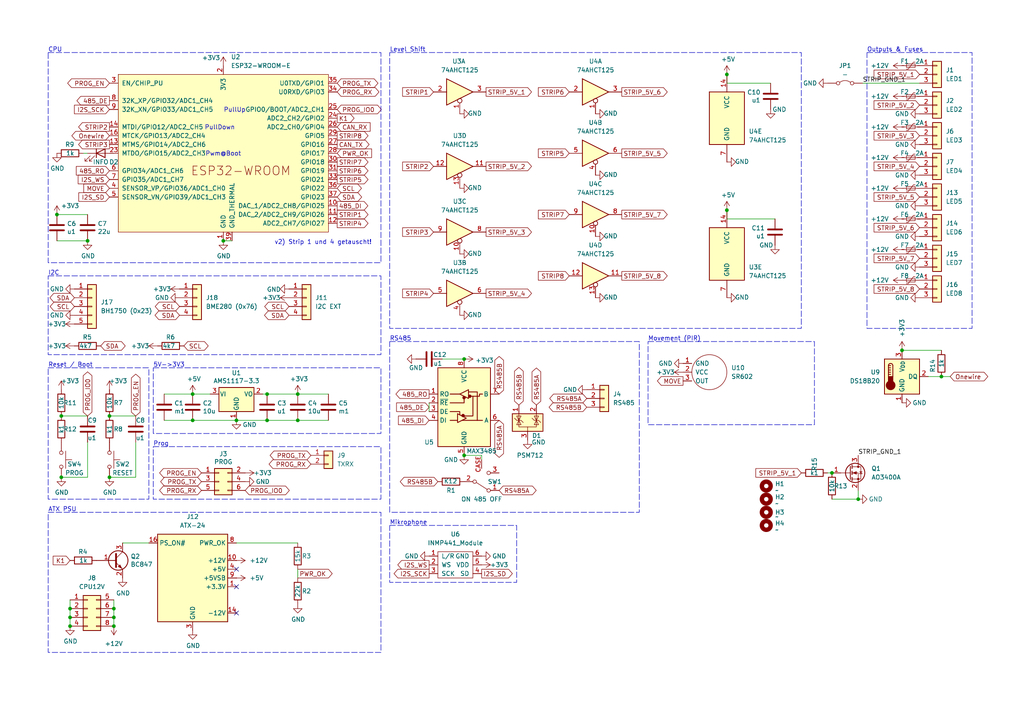
<source format=kicad_sch>
(kicad_sch (version 20250114) (generator "eeschema") (generator_version "9.0")
  (paper "A4")
  (rectangle (start 13.97 148.59) (end 110.49 189.23) (stroke (width 0) (type dash)))
  (rectangle (start 251.46 15.24) (end 281.94 95.25) (stroke (width 0) (type dash)))
  (rectangle (start 187.96 99.06) (end 236.22 123.19) (stroke (width 0) (type dash)))
  (rectangle (start 13.97 106.68) (end 43.18 144.78) (stroke (width 0) (type dash)))
  (rectangle (start 113.03 152.4) (end 149.86 168.91) (stroke (width 0) (type dash)))
  (rectangle (start 44.45 129.54) (end 110.49 144.78) (stroke (width 0) (type dash)))
  (rectangle (start 13.97 80.01) (end 110.49 102.87) (stroke (width 0) (type dash)))
  (rectangle (start 44.45 106.68) (end 110.49 125.73) (stroke (width 0) (type dash)))
  (rectangle (start 300.99 1.27) (end 378.46 34.29) (stroke (width 0) (type dash)))
  (rectangle (start 113.03 15.24) (end 232.41 95.25) (stroke (width 0) (type dash)))
  (rectangle (start 13.97 15.24) (end 110.49 76.2) (stroke (width 0) (type dash)))
  (rectangle (start 113.03 99.06) (end 185.42 148.59) (stroke (width 0) (type dash)))
  (text "v2) Strip 1 und 4 getauscht!" (at 93.726 70.358 0) (effects (font (size 1.27 1.27))))
  (text "Movement (PIR)" (at 187.96 99.06 0) (effects (font (size 1.27 1.27)) (justify left bottom)))
  (text "CPU" (at 13.97 15.24 0) (effects (font (size 1.27 1.27)) (justify left bottom)))
  (text "Outputs & Fuses" (at 251.46 15.24 0) (effects (font (size 1.27 1.27)) (justify left bottom)))
  (text "CAN" (at 300.99 1.27 0) (effects (font (size 1.27 1.27)) (justify left bottom)))
  (text "Mikrophone" (at 113.03 152.4 0) (effects (font (size 1.27 1.27)) (justify left bottom)))
  (text "Level Shift" (at 113.03 15.24 0) (effects (font (size 1.27 1.27)) (justify left bottom)))
  (text "Prog" (at 44.45 129.54 0) (effects (font (size 1.27 1.27)) (justify left bottom)))
  (text "PullDown" (at 63.754 37.084 0) (effects (font (size 1.27 1.27))))
  (text "Pwm@Boot" (at 64.77 44.704 0) (effects (font (size 1.27 1.27))))
  (text "Reset / Boot" (at 13.97 106.68 0) (effects (font (size 1.27 1.27)) (justify left bottom)))
  (text "PullUp" (at 68.072 32.004 0) (effects (font (size 1.27 1.27))))
  (text "ATX PSU" (at 13.97 148.59 0) (effects (font (size 1.27 1.27)) (justify left bottom)))
  (text "5V->3V3" (at 44.45 106.68 0) (effects (font (size 1.27 1.27)) (justify left bottom)))
  (text "I2C" (at 13.97 80.01 0) (effects (font (size 1.27 1.27)) (justify left bottom)))
  (text "RS485" (at 113.03 99.06 0) (effects (font (size 1.27 1.27)) (justify left bottom)))
  (junction (at 261.62 101.6))
  (junction (at 17.78 138.43))
  (junction (at 33.02 176.53))
  (junction (at 316.23 33.02))
  (junction (at 273.05 109.22))
  (junction (at 86.36 121.92))
  (junction (at 31.75 120.65))
  (junction (at 341.63 20.32))
  (junction (at 68.58 121.92))
  (junction (at 20.32 176.53))
  (junction (at 341.63 22.86))
  (junction (at 64.77 69.85))
  (junction (at 16.51 62.23))
  (junction (at 241.3 137.16))
  (junction (at 20.32 179.07))
  (junction (at 55.88 121.92))
  (junction (at 77.47 114.3))
  (junction (at 312.42 7.62))
  (junction (at 20.32 181.61))
  (junction (at 86.36 114.3))
  (junction (at 210.82 60.96))
  (junction (at 134.62 104.14))
  (junction (at 31.75 138.43))
  (junction (at 33.02 181.61))
  (junction (at 77.47 121.92))
  (junction (at 55.88 114.3))
  (junction (at 134.62 132.08))
  (junction (at 248.92 144.78))
  (junction (at 17.78 120.65))
  (junction (at 25.4 69.85))
  (junction (at 33.02 179.07))
  (junction (at 210.82 21.59))
  (no_connect (at 68.58 165.1))
  (no_connect (at 68.58 170.18))
  (no_connect (at 316.23 22.86))
  (no_connect (at 68.58 177.8))
  (wire (pts (xy 33.02 44.45) (xy 31.75 44.45)))
  (wire (pts (xy 341.63 12.7) (xy 341.63 20.32)))
  (wire (pts (xy 139.7 133.35) (xy 139.7 132.08)))
  (wire (pts (xy 77.47 114.3) (xy 76.2 114.3)))
  (wire (pts (xy 47.625 121.92) (xy 55.88 121.92)))
  (wire (pts (xy 68.58 157.48) (xy 86.36 157.48)))
  (wire (pts (xy 86.36 114.3) (xy 95.25 114.3)))
  (wire (pts (xy 20.32 176.53) (xy 20.32 179.07)))
  (wire (pts (xy 47.625 114.3) (xy 55.88 114.3)))
  (wire (pts (xy 134.62 104.14) (xy 128.27 104.14)))
  (wire (pts (xy 341.63 12.7) (xy 367.03 12.7)))
  (wire (pts (xy 261.62 101.6) (xy 273.05 101.6)))
  (wire (pts (xy 273.05 109.22) (xy 275.59 109.22)))
  (wire (pts (xy 336.55 22.86) (xy 341.63 22.86)))
  (wire (pts (xy 25.4 44.45) (xy 24.13 44.45)))
  (wire (pts (xy 20.32 179.07) (xy 20.32 181.61)))
  (wire (pts (xy 55.88 121.92) (xy 68.58 121.92)))
  (wire (pts (xy 31.75 138.43) (xy 39.37 138.43)))
  (wire (pts (xy 86.36 165.1) (xy 86.36 167.64)))
  (wire (pts (xy 20.32 173.99) (xy 20.32 176.53)))
  (wire (pts (xy 39.37 138.43) (xy 39.37 128.27)))
  (wire (pts (xy 64.77 69.85) (xy 67.31 69.85)))
  (wire (pts (xy 210.82 21.59) (xy 210.82 24.13)))
  (wire (pts (xy 60.96 114.3) (xy 55.88 114.3)))
  (wire (pts (xy 250.19 24.13) (xy 266.7 24.13)))
  (wire (pts (xy 223.52 24.13) (xy 210.82 24.13)))
  (wire (pts (xy 240.03 137.16) (xy 241.3 137.16)))
  (wire (pts (xy 16.51 62.23) (xy 25.4 62.23)))
  (wire (pts (xy 17.78 138.43) (xy 25.4 138.43)))
  (wire (pts (xy 25.4 138.43) (xy 25.4 128.27)))
  (wire (pts (xy 33.02 176.53) (xy 33.02 179.07)))
  (wire (pts (xy 124.46 116.84) (xy 124.46 119.38)))
  (wire (pts (xy 241.3 144.78) (xy 248.92 144.78)))
  (wire (pts (xy 77.47 121.92) (xy 86.36 121.92)))
  (wire (pts (xy 269.24 109.22) (xy 273.05 109.22)))
  (wire (pts (xy 224.79 63.5) (xy 210.82 63.5)))
  (wire (pts (xy 312.42 15.24) (xy 304.8 15.24)))
  (wire (pts (xy 341.63 20.32) (xy 336.55 20.32)))
  (wire (pts (xy 312.42 7.62) (xy 326.39 7.62)))
  (wire (pts (xy 16.51 69.85) (xy 25.4 69.85)))
  (wire (pts (xy 33.02 179.07) (xy 33.02 181.61)))
  (wire (pts (xy 139.7 132.08) (xy 134.62 132.08)))
  (wire (pts (xy 77.47 114.3) (xy 86.36 114.3)))
  (wire (pts (xy 33.02 173.99) (xy 33.02 176.53)))
  (wire (pts (xy 210.82 60.96) (xy 210.82 63.5)))
  (wire (pts (xy 35.56 157.48) (xy 43.18 157.48)))
  (wire (pts (xy 341.63 30.48) (xy 367.03 30.48)))
  (wire (pts (xy 86.36 121.92) (xy 95.25 121.92)))
  (wire (pts (xy 248.92 144.78) (xy 248.92 142.24)))
  (wire (pts (xy 39.37 120.65) (xy 31.75 120.65)))
  (wire (pts (xy 341.63 22.86) (xy 341.63 30.48)))
  (wire (pts (xy 326.39 12.7) (xy 326.39 7.62)))
  (wire (pts (xy 25.4 120.65) (xy 17.78 120.65)))
  (wire (pts (xy 68.58 121.92) (xy 77.47 121.92)))
  (label "STRIP_GND_1" (at 250.19 24.13 0))
  (label "STRIP_GND_1" (at 248.92 132.08 0))
  (global_label "CAN_RX" (shape input) (at 97.79 36.83 0) (property "Intersheetrefs" "${INTERSHEET_REFS}" (effects (hide yes))))
  (global_label "SDA" (shape bidirectional) (at 21.59 86.36 180) (property "Intersheetrefs" "${INTERSHEET_REFS}" (effects (hide yes))))
  (global_label "STRIP_5V_4" (shape input) (at 266.7 48.26 180) (property "Intersheetrefs" "${INTERSHEET_REFS}" (effects (hide yes))))
  (global_label "PROG_IO0" (shape bidirectional) (at 25.4 120.65 90) (property "Intersheetrefs" "${INTERSHEET_REFS}" (effects (hide yes))))
  (global_label "CAN_TX" (shape input) (at 316.23 17.78 180) (property "Intersheetrefs" "${INTERSHEET_REFS}" (effects (hide yes))))
  (global_label "RS485A" (shape bidirectional) (at 144.78 142.24 0) (property "Intersheetrefs" "${INTERSHEET_REFS}" (effects (hide yes))))
  (global_label "STRIP_5V_1" (shape input) (at 232.41 137.16 180) (property "Intersheetrefs" "${INTERSHEET_REFS}" (effects (hide yes))))
  (global_label "STRIP_5V_3" (shape input) (at 266.7 39.37 180) (property "Intersheetrefs" "${INTERSHEET_REFS}" (effects (hide yes))))
  (global_label "STRIP3" (shape input) (at 125.73 67.31 180) (property "Intersheetrefs" "${INTERSHEET_REFS}" (effects (hide yes))))
  (global_label "I2S_SCK" (shape output) (at 124.46 166.37 180) (property "Intersheetrefs" "${INTERSHEET_REFS}" (effects (hide yes))))
  (global_label "485_RO" (shape input) (at 31.75 49.53 180) (property "Intersheetrefs" "${INTERSHEET_REFS}" (effects (hide yes))))
  (global_label "STRIP1" (shape output) (at 97.79 62.23 0) (property "Intersheetrefs" "${INTERSHEET_REFS}" (effects (hide yes))))
  (global_label "STRIP6" (shape output) (at 97.79 49.53 0) (property "Intersheetrefs" "${INTERSHEET_REFS}" (effects (hide yes))))
  (global_label "STRIP8" (shape output) (at 97.79 39.37 0) (property "Intersheetrefs" "${INTERSHEET_REFS}" (effects (hide yes))))
  (global_label "485_DE" (shape input) (at 124.46 118.11 180) (property "Intersheetrefs" "${INTERSHEET_REFS}" (effects (hide yes))))
  (global_label "SDA" (shape bidirectional) (at 83.82 91.44 180) (property "Intersheetrefs" "${INTERSHEET_REFS}" (effects (hide yes))))
  (global_label "STRIP_5V_1" (shape output) (at 140.97 26.67 0) (property "Intersheetrefs" "${INTERSHEET_REFS}" (effects (hide yes))))
  (global_label "I2S_SD" (shape output) (at 139.7 166.37 0) (property "Intersheetrefs" "${INTERSHEET_REFS}" (effects (hide yes))))
  (global_label "STRIP6" (shape input) (at 165.1 26.67 180) (property "Intersheetrefs" "${INTERSHEET_REFS}" (effects (hide yes))))
  (global_label "STRIP_5V_6" (shape output) (at 180.34 26.67 0) (property "Intersheetrefs" "${INTERSHEET_REFS}" (effects (hide yes))))
  (global_label "PROG_TX" (shape bidirectional) (at 58.42 139.7 180) (property "Intersheetrefs" "${INTERSHEET_REFS}" (effects (hide yes))))
  (global_label "STRIP_5V_1" (shape input) (at 266.7 21.59 180) (property "Intersheetrefs" "${INTERSHEET_REFS}" (effects (hide yes))))
  (global_label "SDA" (shape bidirectional) (at 29.21 100.33 0) (property "Intersheetrefs" "${INTERSHEET_REFS}" (effects (hide yes))))
  (global_label "PROG_RX" (shape bidirectional) (at 58.42 142.24 180) (property "Intersheetrefs" "${INTERSHEET_REFS}" (effects (hide yes))))
  (global_label "SCL" (shape bidirectional) (at 53.34 100.33 0) (property "Intersheetrefs" "${INTERSHEET_REFS}" (effects (hide yes))))
  (global_label "STRIP_5V_6" (shape input) (at 266.7 66.04 180) (property "Intersheetrefs" "${INTERSHEET_REFS}" (effects (hide yes))))
  (global_label "STRIP7" (shape output) (at 97.79 46.99 0) (property "Intersheetrefs" "${INTERSHEET_REFS}" (effects (hide yes))))
  (global_label "PWR_OK" (shape input) (at 97.79 44.45 0) (property "Intersheetrefs" "${INTERSHEET_REFS}" (effects (hide yes))))
  (global_label "RS485A" (shape bidirectional) (at 170.18 115.57 180) (property "Intersheetrefs" "${INTERSHEET_REFS}" (effects (hide yes))))
  (global_label "RS485B" (shape bidirectional) (at 127 139.7 180) (property "Intersheetrefs" "${INTERSHEET_REFS}" (effects (hide yes))))
  (global_label "MOVE" (shape input) (at 31.75 54.61 180) (property "Intersheetrefs" "${INTERSHEET_REFS}" (effects (hide yes))))
  (global_label "RS485A" (shape bidirectional) (at 155.575 117.475 90) (property "Intersheetrefs" "${INTERSHEET_REFS}" (effects (hide yes))))
  (global_label "CAN_TX" (shape output) (at 97.79 41.91 0) (property "Intersheetrefs" "${INTERSHEET_REFS}" (effects (hide yes))))
  (global_label "PROG_RX" (shape bidirectional) (at 97.79 26.67 0) (property "Intersheetrefs" "${INTERSHEET_REFS}" (effects (hide yes))))
  (global_label "PROG_EN" (shape bidirectional) (at 39.37 120.65 90) (property "Intersheetrefs" "${INTERSHEET_REFS}" (effects (hide yes))))
  (global_label "STRIP_5V_3" (shape output) (at 140.97 67.31 0) (property "Intersheetrefs" "${INTERSHEET_REFS}" (effects (hide yes))))
  (global_label "I2S_SCK" (shape input) (at 31.75 31.75 180) (property "Intersheetrefs" "${INTERSHEET_REFS}" (effects (hide yes))))
  (global_label "MOVE" (shape output) (at 198.12 110.49 180) (property "Intersheetrefs" "${INTERSHEET_REFS}" (effects (hide yes))))
  (global_label "STRIP4" (shape input) (at 125.73 85.09 180) (property "Intersheetrefs" "${INTERSHEET_REFS}" (effects (hide yes))))
  (global_label "STRIP_5V_4" (shape output) (at 140.97 85.09 0) (property "Intersheetrefs" "${INTERSHEET_REFS}" (effects (hide yes))))
  (global_label "SCL" (shape bidirectional) (at 52.07 88.9 180) (property "Intersheetrefs" "${INTERSHEET_REFS}" (effects (hide yes))))
  (global_label "PROG_RX" (shape bidirectional) (at 90.17 134.62 180) (property "Intersheetrefs" "${INTERSHEET_REFS}" (effects (hide yes))))
  (global_label "STRIP_5V_8" (shape input) (at 266.7 83.82 180) (property "Intersheetrefs" "${INTERSHEET_REFS}" (effects (hide yes))))
  (global_label "STRIP_5V_8" (shape output) (at 180.34 80.01 0) (property "Intersheetrefs" "${INTERSHEET_REFS}" (effects (hide yes))))
  (global_label "PROG_TX" (shape bidirectional) (at 90.17 132.08 180) (property "Intersheetrefs" "${INTERSHEET_REFS}" (effects (hide yes))))
  (global_label "RS485B" (shape bidirectional) (at 144.78 114.3 90) (property "Intersheetrefs" "${INTERSHEET_REFS}" (effects (hide yes))))
  (global_label "CAN_RX" (shape output) (at 316.23 20.32 180) (property "Intersheetrefs" "${INTERSHEET_REFS}" (effects (hide yes))))
  (global_label "SDA" (shape bidirectional) (at 52.07 91.44 180) (property "Intersheetrefs" "${INTERSHEET_REFS}" (effects (hide yes))))
  (global_label "STRIP_5V_5" (shape input) (at 266.7 57.15 180) (property "Intersheetrefs" "${INTERSHEET_REFS}" (effects (hide yes))))
  (global_label "SDA" (shape bidirectional) (at 97.79 57.15 0) (property "Intersheetrefs" "${INTERSHEET_REFS}" (effects (hide yes))))
  (global_label "PWR_OK" (shape output) (at 86.36 166.37 0) (property "Intersheetrefs" "${INTERSHEET_REFS}" (effects (hide yes))))
  (global_label "STRIP8" (shape input) (at 165.1 80.01 180) (property "Intersheetrefs" "${INTERSHEET_REFS}" (effects (hide yes))))
  (global_label "SCL" (shape bidirectional) (at 97.79 54.61 0) (property "Intersheetrefs" "${INTERSHEET_REFS}" (effects (hide yes))))
  (global_label "RS485B" (shape bidirectional) (at 170.18 118.11 180) (property "Intersheetrefs" "${INTERSHEET_REFS}" (effects (hide yes))))
  (global_label "485_RO" (shape output) (at 124.46 114.3 180) (property "Intersheetrefs" "${INTERSHEET_REFS}" (effects (hide yes))))
  (global_label "I2S_WS" (shape input) (at 31.75 52.07 180) (property "Intersheetrefs" "${INTERSHEET_REFS}" (effects (hide yes))))
  (global_label "STRIP_5V_7" (shape input) (at 266.7 74.93 180) (property "Intersheetrefs" "${INTERSHEET_REFS}" (effects (hide yes))))
  (global_label "STRIP_5V_2" (shape output) (at 140.97 48.26 0) (property "Intersheetrefs" "${INTERSHEET_REFS}" (effects (hide yes))))
  (global_label "K1" (shape output) (at 97.79 34.29 0) (property "Intersheetrefs" "${INTERSHEET_REFS}" (effects (hide yes))))
  (global_label "PROG_TX" (shape bidirectional) (at 97.79 24.13 0) (property "Intersheetrefs" "${INTERSHEET_REFS}" (effects (hide yes))))
  (global_label "485_DE" (shape output) (at 31.75 29.21 180) (property "Intersheetrefs" "${INTERSHEET_REFS}" (effects (hide yes))))
  (global_label "STRIP3" (shape output) (at 31.75 41.91 180) (property "Intersheetrefs" "${INTERSHEET_REFS}" (effects (hide yes))))
  (global_label "I2S_WS" (shape output) (at 124.46 163.83 180) (property "Intersheetrefs" "${INTERSHEET_REFS}" (effects (hide yes))))
  (global_label "485_DI" (shape input) (at 124.46 121.92 180) (property "Intersheetrefs" "${INTERSHEET_REFS}" (effects (hide yes))))
  (global_label "K1" (shape input) (at 20.32 162.56 180) (property "Intersheetrefs" "${INTERSHEET_REFS}" (effects (hide yes))))
  (global_label "CANH" (shape bidirectional) (at 367.03 12.7 0) (property "Intersheetrefs" "${INTERSHEET_REFS}" (effects (hide yes))))
  (global_label "STRIP5" (shape output) (at 97.79 52.07 0) (property "Intersheetrefs" "${INTERSHEET_REFS}" (effects (hide yes))))
  (global_label "Onewire" (shape bidirectional) (at 31.75 39.37 180) (property "Intersheetrefs" "${INTERSHEET_REFS}" (effects (hide yes))))
  (global_label "STRIP7" (shape input) (at 165.1 62.23 180) (property "Intersheetrefs" "${INTERSHEET_REFS}" (effects (hide yes))))
  (global_label "SCL" (shape bidirectional) (at 21.59 88.9 180) (property "Intersheetrefs" "${INTERSHEET_REFS}" (effects (hide yes))))
  (global_label "STRIP4" (shape output) (at 97.79 64.77 0) (property "Intersheetrefs" "${INTERSHEET_REFS}" (effects (hide yes))))
  (global_label "STRIP5" (shape input) (at 165.1 44.45 180) (property "Intersheetrefs" "${INTERSHEET_REFS}" (effects (hide yes))))
  (global_label "STRIP2" (shape input) (at 125.73 48.26 180) (property "Intersheetrefs" "${INTERSHEET_REFS}" (effects (hide yes))))
  (global_label "SCL" (shape bidirectional) (at 83.82 88.9 180) (property "Intersheetrefs" "${INTERSHEET_REFS}" (effects (hide yes))))
  (global_label "I2S_SD" (shape input) (at 31.75 57.15 180) (property "Intersheetrefs" "${INTERSHEET_REFS}" (effects (hide yes))))
  (global_label "STRIP_5V_5" (shape output) (at 180.34 44.45 0) (property "Intersheetrefs" "${INTERSHEET_REFS}" (effects (hide yes))))
  (global_label "485_DI" (shape output) (at 97.79 59.69 0) (property "Intersheetrefs" "${INTERSHEET_REFS}" (effects (hide yes))))
  (global_label "PROG_IO0" (shape bidirectional) (at 71.12 142.24 0) (property "Intersheetrefs" "${INTERSHEET_REFS}" (effects (hide yes))))
  (global_label "Onewire" (shape bidirectional) (at 275.59 109.22 0) (property "Intersheetrefs" "${INTERSHEET_REFS}" (effects (hide yes))))
  (global_label "CANL" (shape bidirectional) (at 367.03 30.48 0) (property "Intersheetrefs" "${INTERSHEET_REFS}" (effects (hide yes))))
  (global_label "STRIP1" (shape input) (at 125.73 26.67 180) (property "Intersheetrefs" "${INTERSHEET_REFS}" (effects (hide yes))))
  (global_label "STRIP2" (shape output) (at 31.75 36.83 180) (property "Intersheetrefs" "${INTERSHEET_REFS}" (effects (hide yes))))
  (global_label "RS485A" (shape bidirectional) (at 144.78 121.92 270) (property "Intersheetrefs" "${INTERSHEET_REFS}" (effects (hide yes))))
  (global_label "STRIP_5V_7" (shape output) (at 180.34 62.23 0) (property "Intersheetrefs" "${INTERSHEET_REFS}" (effects (hide yes))))
  (global_label "PROG_EN" (shape bidirectional) (at 31.75 24.13 180) (property "Intersheetrefs" "${INTERSHEET_REFS}" (effects (hide yes))))
  (global_label "PROG_EN" (shape bidirectional) (at 58.42 137.16 180) (property "Intersheetrefs" "${INTERSHEET_REFS}" (effects (hide yes))))
  (global_label "STRIP_5V_2" (shape input) (at 266.7 30.48 180) (property "Intersheetrefs" "${INTERSHEET_REFS}" (effects (hide yes))))
  (global_label "PROG_IO0" (shape bidirectional) (at 97.79 31.75 0) (property "Intersheetrefs" "${INTERSHEET_REFS}" (effects (hide yes))))
  (global_label "RS485B" (shape bidirectional) (at 150.495 117.475 90) (property "Intersheetrefs" "${INTERSHEET_REFS}" (effects (hide yes))))
  (symbol (lib_id "Connector_Generic:Conn_01x03") (at 271.78 48.26 0) (unit 1)
    (property "Reference" "J7" (at 274.32 46.9899 0) (effects (justify left)))
    (property "Value" "LED4" (at 274.32 49.5299 0) (effects (justify left)))
    (property "Footprint" "liebler_CONN:PhoenixContact_MC_1,5_3-G-3.5_1x03_P3.50mm_Horizontal_smallerCourtyard" (effects (hide yes)))
    (property "Description" "Generic connector, single row, 01x03, script generated (kicad-library-utils/schlib/autogen/connector/)" (effects (hide yes)))
  )
  (symbol (lib_id "power:GND") (at 21.59 91.44 270) (unit 1)
    (property "Reference" "#PWR073" (effects (hide yes)))
    (property "Value" "GND" (at 16.51 91.44 90))
  )
  (symbol (lib_id "power:+3V3") (at 52.07 83.82 90) (unit 1)
    (property "Reference" "#PWR076" (effects (hide yes)))
    (property "Value" "+3V3" (at 46.99 83.82 90))
  )
  (symbol (lib_id "Device:C") (at 223.52 27.94 0) (mirror y) (unit 1)
    (property "Reference" "C10" (at 220.599 26.7716 0) (effects (justify left)))
    (property "Value" "u1" (at 220.599 29.083 0) (effects (justify left)))
    (property "Footprint" "Capacitor_SMD:C_0805_2012Metric_Pad1.18x1.45mm_HandSolder" (effects (hide yes)))
    (property "JLCPCB" "C1525" (effects (hide yes)))
  )
  (symbol (lib_id "power:+3V3") (at 261.62 101.6 0) (unit 1)
    (property "Reference" "#PWR079" (effects (hide yes)))
    (property "Value" "+3V3" (at 261.62 97.79 90) (effects (justify left)))
    (property "Description" "Power symbol creates a global label with name \"+3V3\"" (effects (hide yes)))
  )
  (symbol (lib_id "power:+3V3") (at 71.12 137.16 270) (unit 1)
    (property "Reference" "#PWR010" (effects (hide yes)))
    (property "Value" "+3V3" (at 76.2 137.16 90))
  )
  (symbol (lib_id "74xx:74AHCT125") (at 133.35 48.26 0) (unit 4)
    (property "Reference" "U3" (at 133.35 39.37 0))
    (property "Value" "74AHCT125" (at 133.35 41.91 0))
    (property "Footprint" "liebler_SEMICONDUCTORS:SOIC-14_3.9x8.7mm_P1.27mm_handsolder" (effects (hide yes)))
    (property "Datasheet" "https://www.ti.com/lit/ds/symlink/sn74ahct125.pdf" (effects (hide yes)))
    (property "Description" "Quadruple Bus Buffer Gates With 3-State Outputs" (effects (hide yes)))
  )
  (symbol (lib_id "power:GND") (at 21.59 83.82 270) (unit 1)
    (property "Reference" "#PWR074" (effects (hide yes)))
    (property "Value" "GND" (at 16.51 83.82 90))
  )
  (symbol (lib_id "power:+12V") (at 261.62 54.61 90) (unit 1)
    (property "Reference" "#PWR026" (effects (hide yes)))
    (property "Value" "+12V" (at 257.81 54.6099 90) (effects (justify left)))
    (property "Description" "Power symbol creates a global label with name \"+12V\"" (effects (hide yes)))
  )
  (symbol (lib_id "power:+12V") (at 261.62 72.39 90) (unit 1)
    (property "Reference" "#PWR028" (effects (hide yes)))
    (property "Value" "+12V" (at 257.81 72.3899 90) (effects (justify left)))
    (property "Description" "Power symbol creates a global label with name \"+12V\"" (effects (hide yes)))
  )
  (symbol (lib_id "Connector_Generic:Conn_01x04") (at 88.9 86.36 0) (unit 1)
    (property "Reference" "J11" (at 91.44 86.3599 0) (effects (justify left)))
    (property "Value" "I2C EXT" (at 91.44 88.8999 0) (effects (justify left)))
    (property "Footprint" "liebler_CONN:JST_XH_S4B-XH-A-1_1x04_P2.50mm_Horizontal_SmallerCourtyard" (effects (hide yes)))
    (property "Description" "Generic connector, single row, 01x04, script generated (kicad-library-utils/schlib/autogen/connector/)" (effects (hide yes)))
  )
  (symbol (lib_id "Connector_Generic:Conn_01x03") (at 271.78 83.82 0) (unit 1)
    (property "Reference" "J16" (at 274.32 82.5499 0) (effects (justify left)))
    (property "Value" "LED8" (at 274.32 85.0899 0) (effects (justify left)))
    (property "Footprint" "liebler_CONN:PhoenixContact_MC_1,5_3-G-3.5_1x03_P3.50mm_Horizontal_smallerCourtyard" (effects (hide yes)))
    (property "Description" "Generic connector, single row, 01x03, script generated (kicad-library-utils/schlib/autogen/connector/)" (effects (hide yes)))
  )
  (symbol (lib_id "power:GND") (at 326.39 30.48 0) (unit 1)
    (property "Reference" "#PWR017" (effects (hide yes)))
    (property "Value" "GND" (at 330.2 30.48 0) (effects (justify right)))
    (property "Description" "Power symbol creates a global label with name \"GND\" , ground" (effects (hide yes)))
  )
  (symbol (lib_id "Jumper:Jumper_2_Bridged") (at 245.11 24.13 0) (unit 1)
    (property "Reference" "JP1" (at 245.11 19.05 0))
    (property "Value" "-" (at 245.11 21.59 0))
    (property "Footprint" "Jumper:SolderJumper-2_P1.3mm_Bridged2Bar_Pad1.0x1.5mm" (effects (hide yes)))
    (property "Description" "Jumper, 2-pole, closed/bridged" (effects (hide yes)))
  )
  (symbol (lib_id "power:GND") (at 172.72 50.8 90) (unit 1)
    (property "Reference" "#PWR046" (effects (hide yes)))
    (property "Value" "GND" (at 177.1142 50.673 90))
  )
  (symbol (lib_id "Device:Polyfuse_Small") (at 264.16 45.72 90) (unit 1)
    (property "Reference" "F4" (at 262.382 44.45 90))
    (property "Value" "2A" (at 266.7 44.45 90))
    (property "Footprint" "Fuse:Fuse_2920_7451Metric_Pad2.10x5.45mm_HandSolder" (effects (hide yes)))
    (property "Description" "Resettable fuse, polymeric positive temperature coefficient, small symbol" (effects (hide yes)))
  )
  (symbol (lib_id "power:+5V") (at 210.82 21.59 0) (unit 1)
    (property "Reference" "#PWR035" (effects (hide yes)))
    (property "Value" "+5V" (at 211.201 17.1958 0))
  )
  (symbol (lib_id "power:+3V3") (at 17.78 113.03 0) (unit 1)
    (property "Reference" "#PWR031" (effects (hide yes)))
    (property "Value" "+3V3" (at 20.32 110.49 0))
  )
  (symbol (lib_id "power:GND") (at 266.7 33.02 270) (unit 1)
    (property "Reference" "#PWR049" (effects (hide yes)))
    (property "Value" "GND" (at 261.62 33.02 90))
  )
  (symbol (lib_id "Device:R") (at 130.81 139.7 90) (unit 1)
    (property "Reference" "R1" (at 130.81 142.24 90))
    (property "Value" "K12" (at 130.683 139.573 90))
    (property "Footprint" "Resistor_SMD:R_1206_3216Metric_Pad1.30x1.75mm_HandSolder" (effects (hide yes)))
  )
  (symbol (lib_id "power:GND") (at 304.8 15.24 0) (unit 1)
    (property "Reference" "#PWR014" (effects (hide yes)))
    (property "Value" "GND" (at 304.927 18.4912 90) (effects (justify right)))
    (property "Description" "Power symbol creates a global label with name \"GND\" , ground" (effects (hide yes)))
  )
  (symbol (lib_id "power:GND") (at 134.62 132.08 0) (unit 1)
    (property "Reference" "#PWR067" (effects (hide yes)))
    (property "Value" "GND" (at 130.81 133.35 0))
  )
  (symbol (lib_id "Connector_Generic:Conn_01x03") (at 271.78 39.37 0) (unit 1)
    (property "Reference" "J6" (at 274.32 38.0999 0) (effects (justify left)))
    (property "Value" "LED3" (at 274.32 40.6399 0) (effects (justify left)))
    (property "Footprint" "liebler_CONN:PhoenixContact_MC_1,5_3-G-3.5_1x03_P3.50mm_Horizontal_smallerCourtyard" (effects (hide yes)))
    (property "Description" "Generic connector, single row, 01x03, script generated (kicad-library-utils/schlib/autogen/connector/)" (effects (hide yes)))
  )
  (symbol (lib_id "power:PWR_FLAG") (at 316.23 33.02 270) (unit 1)
    (property "Reference" "#FLG01" (effects (hide yes)))
    (property "Value" "PWR_FLAG" (at 319.4812 33.02 90) (effects (justify left)))
    (property "Description" "Special symbol for telling ERC where power comes from" (effects (hide yes)))
  )
  (symbol (lib_id "Device:Polyfuse_Small") (at 264.16 63.5 90) (unit 1)
    (property "Reference" "F6" (at 262.382 62.23 90))
    (property "Value" "2A" (at 266.7 62.23 90))
    (property "Footprint" "Fuse:Fuse_2920_7451Metric_Pad2.10x5.45mm_HandSolder" (effects (hide yes)))
    (property "Description" "Resettable fuse, polymeric positive temperature coefficient, small symbol" (effects (hide yes)))
  )
  (symbol (lib_id "smopla:SR602") (at 205.74 107.95 0) (unit 1)
    (property "Reference" "U10" (at 212.09 106.6799 0) (effects (justify left)))
    (property "Value" "SR602" (at 212.09 109.2199 0) (effects (justify left)))
    (property "Footprint" "liebler_MODULES:PIR_Sensor_SR602" (effects (hide yes)))
  )
  (symbol (lib_id "power:GND") (at 266.7 59.69 270) (unit 1)
    (property "Reference" "#PWR056" (effects (hide yes)))
    (property "Value" "GND" (at 261.62 59.69 90))
  )
  (symbol (lib_id "74xx:74AHCT125") (at 133.35 26.67 0) (unit 1)
    (property "Reference" "U3" (at 133.096 17.78 0))
    (property "Value" "74AHCT125" (at 133.35 20.32 0))
    (property "Footprint" "liebler_SEMICONDUCTORS:SOIC-14_3.9x8.7mm_P1.27mm_handsolder" (effects (hide yes)))
    (property "Datasheet" "https://www.ti.com/lit/ds/symlink/sn74ahct125.pdf" (effects (hide yes)))
    (property "Description" "Quadruple Bus Buffer Gates With 3-State Outputs" (effects (hide yes)))
  )
  (symbol (lib_id "Switch:SW_Push") (at 31.75 133.35 270) (unit 1)
    (property "Reference" "SW2" (at 35.56 134.62 90))
    (property "Value" "RESET" (at 35.56 137.16 90))
    (property "Footprint" "liebler_MECH:SW_SPST_TL3342_smaller_handsolder" (effects (hide yes)))
  )
  (symbol (lib_id "power:GND") (at 35.56 167.64 0) (unit 1)
    (property "Reference" "#PWR052" (effects (hide yes)))
    (property "Value" "GND" (at 35.687 172.0342 0))
  )
  (symbol (lib_id "Device:LED") (at 29.21 44.45 0) (unit 1)
    (property "Reference" "D2" (at 33.02 46.99 0))
    (property "Value" "INFO" (at 29.21 46.99 0))
    (property "Footprint" "LED_SMD:LED_0805_2012Metric_Pad1.15x1.40mm_HandSolder" (effects (hide yes)))
    (property "Description" "Light emitting diode" (effects (hide yes)))
  )
  (symbol (lib_id "power:GND") (at 266.7 86.36 270) (unit 1)
    (property "Reference" "#PWR059" (effects (hide yes)))
    (property "Value" "GND" (at 261.62 86.36 90))
  )
  (symbol (lib_id "power:+3V3") (at 86.36 114.3 0) (unit 1)
    (property "Reference" "#PWR09" (effects (hide yes)))
    (property "Value" "+3V3" (at 86.741 109.9058 0))
  )
  (symbol (lib_id "Device:R") (at 86.36 171.45 180) (unit 1)
    (property "Reference" "R2" (at 88.9 171.45 0))
    (property "Value" "22k" (at 86.36 171.45 90))
    (property "Footprint" "Resistor_SMD:R_0805_2012Metric_Pad1.20x1.40mm_HandSolder" (effects (hide yes)))
  )
  (symbol (lib_id "power:GND") (at 172.72 33.02 90) (unit 1)
    (property "Reference" "#PWR045" (effects (hide yes)))
    (property "Value" "GND" (at 177.1142 32.893 90))
  )
  (symbol (lib_id "Transistor_BJT:BC847") (at 33.02 162.56 0) (unit 1)
    (property "Reference" "Q2" (at 37.8714 161.3916 0) (effects (justify left)))
    (property "Value" "BC847" (at 37.8714 163.703 0) (effects (justify left)))
    (property "Footprint" "Package_TO_SOT_SMD:SOT-23_Handsoldering" (effects (hide yes)))
    (property "Datasheet" "http://www.infineon.com/dgdl/Infineon-BC847SERIES_BC848SERIES_BC849SERIES_BC850SERIES-DS-v01_01-en.pdf?fileId=db3a304314dca389011541d4630a1657" (effects (hide yes)))
  )
  (symbol (lib_id "Device:Polyfuse_Small") (at 264.16 19.05 90) (unit 1)
    (property "Reference" "F1" (at 262.382 17.78 90))
    (property "Value" "2A" (at 266.7 17.78 90))
    (property "Footprint" "Fuse:Fuse_2920_7451Metric_Pad2.10x5.45mm_HandSolder" (effects (hide yes)))
    (property "Description" "Resettable fuse, polymeric positive temperature coefficient, small symbol" (effects (hide yes)))
  )
  (symbol (lib_id "Device:C") (at 86.36 118.11 0) (unit 1)
    (property "Reference" "C4" (at 89.281 116.9416 0) (effects (justify left)))
    (property "Value" "10u" (at 89.281 119.253 0) (effects (justify left)))
    (property "Footprint" "Capacitor_SMD:C_0805_2012Metric_Pad1.18x1.45mm_HandSolder" (effects (hide yes)))
  )
  (symbol (lib_id "power:GND") (at 240.03 24.13 270) (unit 1)
    (property "Reference" "#PWR061" (effects (hide yes)))
    (property "Value" "GND" (at 234.95 24.13 90))
  )
  (symbol (lib_id "power:+12V") (at 261.62 81.28 90) (unit 1)
    (property "Reference" "#PWR029" (effects (hide yes)))
    (property "Value" "+12V" (at 257.81 81.2799 90) (effects (justify left)))
    (property "Description" "Power symbol creates a global label with name \"+12V\"" (effects (hide yes)))
  )
  (symbol (lib_id "Transistor_FET:AO3400A") (at 246.38 137.16 0) (unit 1)
    (property "Reference" "Q1" (at 252.73 135.8899 0) (effects (justify left)))
    (property "Value" "AO3400A" (at 252.73 138.4299 0) (effects (justify left)))
    (property "Footprint" "Package_TO_SOT_SMD:SOT-23_Handsoldering" (effects (hide yes)))
    (property "Datasheet" "http://www.aosmd.com/pdfs/datasheet/AO3400A.pdf" (effects (hide yes)))
    (property "Description" "30V Vds, 5.7A Id, N-Channel MOSFET, SOT-23" (effects (hide yes)))
  )
  (symbol (lib_id "power:+3V3") (at 16.51 62.23 0) (unit 1)
    (property "Reference" "#PWR020" (effects (hide yes)))
    (property "Value" "+3V3" (at 20.32 59.69 0))
  )
  (symbol (lib_id "power:GND") (at 83.82 83.82 270) (unit 1)
    (property "Reference" "#PWR039" (effects (hide yes)))
    (property "Value" "GND" (at 79.4258 83.947 90))
  )
  (symbol (lib_id "Device:Polyfuse_Small") (at 264.16 36.83 90) (unit 1)
    (property "Reference" "F3" (at 262.382 35.56 90))
    (property "Value" "2A" (at 266.7 35.56 90))
    (property "Footprint" "Fuse:Fuse_2920_7451Metric_Pad2.10x5.45mm_HandSolder" (effects (hide yes)))
    (property "Description" "Resettable fuse, polymeric positive temperature coefficient, small symbol" (effects (hide yes)))
  )
  (symbol (lib_id "Connector_Generic:Conn_01x03") (at 271.78 74.93 0) (unit 1)
    (property "Reference" "J15" (at 274.32 73.6599 0) (effects (justify left)))
    (property "Value" "LED7" (at 274.32 76.1999 0) (effects (justify left)))
    (property "Footprint" "liebler_CONN:PhoenixContact_MC_1,5_3-G-3.5_1x03_P3.50mm_Horizontal_smallerCourtyard" (effects (hide yes)))
    (property "Description" "Generic connector, single row, 01x03, script generated (kicad-library-utils/schlib/autogen/connector/)" (effects (hide yes)))
  )
  (symbol (lib_id "74xx:74AHCT125") (at 133.35 67.31 0) (unit 3)
    (property "Reference" "U3" (at 133.35 58.42 0))
    (property "Value" "74AHCT125" (at 133.35 60.96 0))
    (property "Footprint" "liebler_SEMICONDUCTORS:SOIC-14_3.9x8.7mm_P1.27mm_handsolder" (effects (hide yes)))
    (property "Datasheet" "https://www.ti.com/lit/ds/symlink/sn74ahct125.pdf" (effects (hide yes)))
    (property "Description" "Quadruple Bus Buffer Gates With 3-State Outputs" (effects (hide yes)))
  )
  (symbol (lib_id "power:+12V") (at 261.62 45.72 90) (unit 1)
    (property "Reference" "#PWR06" (effects (hide yes)))
    (property "Value" "+12V" (at 257.81 45.7199 90) (effects (justify left)))
    (property "Description" "Power symbol creates a global label with name \"+12V\"" (effects (hide yes)))
  )
  (symbol (lib_id "power:GND") (at 20.32 181.61 0) (unit 1)
    (property "Reference" "#PWR062" (effects (hide yes)))
    (property "Value" "GND" (at 20.447 186.0042 0))
  )
  (symbol (lib_id "Device:R") (at 24.13 162.56 90) (unit 1)
    (property "Reference" "R4" (at 25.4 160.02 90) (effects (justify left)))
    (property "Value" "1k" (at 25.4 162.56 90) (effects (justify left)))
    (property "Footprint" "Resistor_SMD:R_0805_2012Metric_Pad1.20x1.40mm_HandSolder" (effects (hide yes)))
  )
  (symbol (lib_id "Interface_UART:MAX3485") (at 134.62 116.84 0) (unit 1)
    (property "Reference" "U5" (at 124.46 128.27 0))
    (property "Value" "MAX3485" (at 139.7 130.81 0))
    (property "Footprint" "liebler_SEMICONDUCTORS:SOIC-8_3.9x4.9mm_P1.27mm_handsolder" (effects (hide yes)))
    (property "Datasheet" "https://datasheets.maximintegrated.com/en/ds/MAX3483-MAX3491.pdf" (effects (hide yes)))
  )
  (symbol (lib_id "Connector:ATX-24") (at 55.88 167.64 0) (unit 1)
    (property "Reference" "J12" (at 55.88 149.86 0))
    (property "Value" "ATX-24" (at 55.88 152.4 0))
    (property "Footprint" "Connector_Molex:Molex_Mini-Fit_Jr_5569-24A2_2x12_P4.20mm_Horizontal" (effects (hide yes)))
    (property "Datasheet" "https://www.intel.com/content/dam/www/public/us/en/documents/guides/power-supply-design-guide-june.pdf#page=33" (effects (hide yes)))
    (property "Description" "ATX Power supply 24pins" (effects (hide yes)))
  )
  (symbol (lib_id "Device:Polyfuse_Small") (at 264.16 54.61 90) (unit 1)
    (property "Reference" "F5" (at 262.382 53.34 90))
    (property "Value" "2A" (at 266.7 53.34 90))
    (property "Footprint" "Fuse:Fuse_2920_7451Metric_Pad2.10x5.45mm_HandSolder" (effects (hide yes)))
    (property "Description" "Resettable fuse, polymeric positive temperature coefficient, small symbol" (effects (hide yes)))
  )
  (symbol (lib_name "+5V_1") (lib_id "power:+5V") (at 68.58 167.64 270) (unit 1)
    (property "Reference" "#PWR03" (effects (hide yes)))
    (property "Value" "+5V" (at 72.39 167.6399 90) (effects (justify left)))
    (property "Description" "Power symbol creates a global label with name \"+5V\"" (effects (hide yes)))
  )
  (symbol (lib_id "Device:Polyfuse_Small") (at 264.16 72.39 90) (unit 1)
    (property "Reference" "F7" (at 262.382 71.12 90))
    (property "Value" "2A" (at 266.7 71.12 90))
    (property "Footprint" "Fuse:Fuse_2920_7451Metric_Pad2.10x5.45mm_HandSolder" (effects (hide yes)))
    (property "Description" "Resettable fuse, polymeric positive temperature coefficient, small symbol" (effects (hide yes)))
  )
  (symbol (lib_id "power:+12V") (at 33.02 181.61 180) (unit 1)
    (property "Reference" "#PWR063" (effects (hide yes)))
    (property "Value" "+12V" (at 33.02 186.69 0))
    (property "Description" "Power symbol creates a global label with name \"+12V\"" (effects (hide yes)))
  )
  (symbol (lib_id "power:GND") (at 172.72 68.58 90) (unit 1)
    (property "Reference" "#PWR047" (effects (hide yes)))
    (property "Value" "GND" (at 177.1142 68.453 90))
  )
  (symbol (lib_id "Device:C") (at 47.625 118.11 0) (unit 1)
    (property "Reference" "C1" (at 50.546 116.9416 0) (effects (justify left)))
    (property "Value" "m1" (at 50.546 119.253 0) (effects (justify left)))
    (property "Footprint" "Capacitor_SMD:C_1206_3216Metric_Pad1.33x1.80mm_HandSolder" (effects (hide yes)))
    (property "JLCPCB" "C15008" (effects (hide yes)))
  )
  (symbol (lib_id "power:+12V") (at 261.62 27.94 90) (unit 1)
    (property "Reference" "#PWR04" (effects (hide yes)))
    (property "Value" "+12V" (at 257.81 27.9399 90) (effects (justify left)))
    (property "Description" "Power symbol creates a global label with name \"+12V\"" (effects (hide yes)))
  )
  (symbol (lib_id "power:GND") (at 120.65 104.14 270) (unit 1)
    (property "Reference" "#PWR065" (effects (hide yes)))
    (property "Value" "GND" (at 120.65 106.68 90))
  )
  (symbol (lib_id "Connector_Generic:Conn_02x03_Odd_Even") (at 63.5 139.7 0) (unit 1)
    (property "Reference" "J3" (at 64.77 131.6482 0))
    (property "Value" "PROG" (at 64.77 133.9596 0))
    (property "Footprint" "liebler_CONN:IDC_2x03_P1.27mm_Vertical" (effects (hide yes)))
  )
  (symbol (lib_id "power:+12V") (at 261.62 19.05 90) (unit 1)
    (property "Reference" "#PWR060" (effects (hide yes)))
    (property "Value" "+12V" (at 257.81 19.0499 90) (effects (justify left)))
    (property "Description" "Power symbol creates a global label with name \"+12V\"" (effects (hide yes)))
  )
  (symbol (lib_id "power:+3V3") (at 31.75 113.03 0) (unit 1)
    (property "Reference" "#PWR022" (effects (hide yes)))
    (property "Value" "+3V3" (at 34.29 110.49 0))
  )
  (symbol (lib_id "power:GND") (at 153.035 127.635 0) (unit 1)
    (property "Reference" "#PWR068" (effects (hide yes)))
    (property "Value" "GND" (at 156.21 128.27 0))
  )
  (symbol (lib_id "Device:C") (at 55.88 118.11 0) (unit 1)
    (property "Reference" "C2" (at 58.801 116.9416 0) (effects (justify left)))
    (property "Value" "10u" (at 58.801 119.253 0) (effects (justify left)))
    (property "Footprint" "Capacitor_SMD:C_0805_2012Metric_Pad1.18x1.45mm_HandSolder" (effects (hide yes)))
    (property "JLCPCB" "C19702" (effects (hide yes)))
  )
  (symbol (lib_id "power:GND") (at 172.72 86.36 90) (unit 1)
    (property "Reference" "#PWR048" (effects (hide yes)))
    (property "Value" "GND" (at 177.1142 86.233 90))
  )
  (symbol (lib_id "Device:R") (at 49.53 100.33 90) (unit 1)
    (property "Reference" "R6" (at 50.8 97.79 90) (effects (justify left)))
    (property "Value" "4k7" (at 50.8 100.33 90) (effects (justify left)))
    (property "Footprint" "Resistor_SMD:R_0805_2012Metric_Pad1.20x1.40mm_HandSolder" (effects (hide yes)))
  )
  (symbol (lib_id "74xx:74AHCT125") (at 133.35 85.09 0) (unit 2)
    (property "Reference" "U3" (at 133.35 76.2 0))
    (property "Value" "74AHCT125" (at 133.35 78.74 0))
    (property "Footprint" "liebler_SEMICONDUCTORS:SOIC-14_3.9x8.7mm_P1.27mm_handsolder" (effects (hide yes)))
    (property "Datasheet" "https://www.ti.com/lit/ds/symlink/sn74ahct125.pdf" (effects (hide yes)))
    (property "Description" "Quadruple Bus Buffer Gates With 3-State Outputs" (effects (hide yes)))
  )
  (symbol (lib_id "power:GND") (at 248.92 144.78 90) (unit 1)
    (property "Reference" "#PWR034" (effects (hide yes)))
    (property "Value" "GND" (at 254 144.78 90))
    (property "Description" "Power symbol creates a global label with name \"GND\" , ground" (effects (hide yes)))
  )
  (symbol (lib_id "liebler_MECH:SW_SPDT_with_Case") (at 139.7 139.7 0) (mirror x) (unit 1)
    (property "Reference" "SW1" (at 143.51 139.7 0))
    (property "Value" "ON 485 OFF" (at 139.7 144.78 0))
    (property "Footprint" "liebler_MECH:SW_SPDT_PCM12_handsolder" (effects (hide yes)))
    (property "Description" "Switch, single pole double throw" (effects (hide yes)))
  )
  (symbol (lib_id "Connector_Generic:Conn_01x03") (at 271.78 66.04 0) (unit 1)
    (property "Reference" "J14" (at 274.32 64.7699 0) (effects (justify left)))
    (property "Value" "LED6" (at 274.32 67.3099 0) (effects (justify left)))
    (property "Footprint" "liebler_CONN:PhoenixContact_MC_1,5_3-G-3.5_1x03_P3.50mm_Horizontal_smallerCourtyard" (effects (hide yes)))
    (property "Description" "Generic connector, single row, 01x03, script generated (kicad-library-utils/schlib/autogen/connector/)" (effects (hide yes)))
  )
  (symbol (lib_id "power:GND") (at 223.52 31.75 0) (unit 1)
    (property "Reference" "#PWR053" (effects (hide yes)))
    (property "Value" "GND" (at 226.06 31.75 0))
  )
  (symbol (lib_id "Connector_Generic:Conn_02x04_Top_Bottom") (at 25.4 176.53 0) (unit 1)
    (property "Reference" "J8" (at 26.67 167.64 0))
    (property "Value" "CPU12V" (at 26.67 170.18 0))
    (property "Footprint" "Connector_Molex:Molex_Mini-Fit_Jr_5569-08A2_2x04_P4.20mm_Horizontal" (effects (hide yes)))
    (property "Description" "Generic connector, double row, 02x04, top/bottom pin numbering scheme (row 1: 1...pins_per_row, row2: pins_per_row+1 ... num_pins), script generated (kicad-library-utils/schlib/autogen/connector/)" (effects (hide yes)))
  )
  (symbol (lib_id "Device:R") (at 316.23 29.21 0) (unit 1)
    (property "Reference" "R10" (at 317.5 30.48 0) (effects (justify left)))
    (property "Value" "10k" (at 316.23 29.21 90))
    (property "Footprint" "Resistor_SMD:R_0805_2012Metric_Pad1.20x1.40mm_HandSolder" (effects (hide yes)))
  )
  (symbol (lib_id "power:GND") (at 71.12 139.7 90) (unit 1)
    (property "Reference" "#PWR011" (effects (hide yes)))
    (property "Value" "GND" (at 76.2 139.7 90))
  )
  (symbol (lib_id "Connector_Generic:Conn_01x03") (at 271.78 30.48 0) (unit 1)
    (property "Reference" "J2" (at 274.32 29.2099 0) (effects (justify left)))
    (property "Value" "LED2" (at 274.32 31.7499 0) (effects (justify left)))
    (property "Footprint" "liebler_CONN:PhoenixContact_MC_1,5_3-G-3.5_1x03_P3.50mm_Horizontal_smallerCourtyard" (effects (hide yes)))
    (property "Description" "Generic connector, single row, 01x03, script generated (kicad-library-utils/schlib/autogen/connector/)" (effects (hide yes)))
  )
  (symbol (lib_id "power:+12V") (at 261.62 36.83 90) (unit 1)
    (property "Reference" "#PWR05" (effects (hide yes)))
    (property "Value" "+12V" (at 257.81 36.8299 90) (effects (justify left)))
    (property "Description" "Power symbol creates a global label with name \"+12V\"" (effects (hide yes)))
  )
  (symbol (lib_id "power:GND") (at 266.7 50.8 270) (unit 1)
    (property "Reference" "#PWR055" (effects (hide yes)))
    (property "Value" "GND" (at 261.62 50.8 90))
  )
  (symbol (lib_id "Device:C") (at 77.47 118.11 0) (unit 1)
    (property "Reference" "C3" (at 80.391 116.9416 0) (effects (justify left)))
    (property "Value" "u1" (at 80.391 119.253 0) (effects (justify left)))
    (property "Footprint" "Capacitor_SMD:C_0805_2012Metric_Pad1.18x1.45mm_HandSolder" (effects (hide yes)))
  )
  (symbol (lib_id "power:GND") (at 316.23 33.02 270) (unit 1)
    (property "Reference" "#PWR016" (effects (hide yes)))
    (property "Value" "GND" (at 312.9788 33.147 90) (effects (justify right)))
    (property "Description" "Power symbol creates a global label with name \"GND\" , ground" (effects (hide yes)))
  )
  (symbol (lib_id "Device:C") (at 25.4 124.46 0) (unit 1)
    (property "Reference" "C9" (at 25.4 121.92 0) (effects (justify left)))
    (property "Value" "u1" (at 25.4 127 0) (effects (justify left)))
    (property "Footprint" "Capacitor_SMD:C_0805_2012Metric_Pad1.18x1.45mm_HandSolder" (effects (hide yes)))
  )
  (symbol (lib_id "Device:C") (at 16.51 66.04 0) (unit 1)
    (property "Reference" "C6" (at 19.431 64.8716 0) (effects (justify left)))
    (property "Value" "u1" (at 19.431 67.183 0) (effects (justify left)))
    (property "Footprint" "Capacitor_SMD:C_0805_2012Metric_Pad1.18x1.45mm_HandSolder" (effects (hide yes)))
    (property "JLCPCB" "C1525" (effects (hide yes)))
  )
  (symbol (lib_id "power:GND") (at 86.36 175.26 0) (unit 1)
    (property "Reference" "#PWR064" (effects (hide yes)))
    (property "Value" "GND" (at 86.487 179.6542 0))
  )
  (symbol (lib_id "power:GND") (at 210.82 86.36 90) (unit 1)
    (property "Reference" "#PWR012" (effects (hide yes)))
    (property "Value" "GND" (at 215.2142 86.233 90))
  )
  (symbol (lib_id "power:+3V3") (at 45.72 100.33 90) (unit 1)
    (property "Reference" "#PWR019" (effects (hide yes)))
    (property "Value" "+3V3" (at 40.64 100.33 90))
  )
  (symbol (lib_id "power:+3V3") (at 83.82 86.36 90) (unit 1)
    (property "Reference" "#PWR040" (effects (hide yes)))
    (property "Value" "+3V3" (at 78.74 86.36 90))
  )
  (symbol (lib_id "power:+12V") (at 68.58 162.56 270) (unit 1)
    (property "Reference" "#PWR02" (effects (hide yes)))
    (property "Value" "+12V" (at 72.39 162.5599 90) (effects (justify left)))
    (property "Description" "Power symbol creates a global label with name \"+12V\"" (effects (hide yes)))
  )
  (symbol (lib_id "power:+3V3") (at 198.12 107.95 90) (unit 1)
    (property "Reference" "#PWR033" (effects (hide yes)))
    (property "Value" "+3V3" (at 193.04 107.95 90))
  )
  (symbol (lib_id "power:GND") (at 31.75 138.43 0) (unit 1)
    (property "Reference" "#PWR023" (effects (hide yes)))
    (property "Value" "GND" (at 31.877 142.8242 0))
  )
  (symbol (lib_id "power:GND") (at 210.82 46.99 90) (unit 1)
    (property "Reference" "#PWR038" (effects (hide yes)))
    (property "Value" "GND" (at 215.2142 46.863 90))
  )
  (symbol (lib_id "Device:C") (at 95.25 118.11 0) (unit 1)
    (property "Reference" "C5" (at 98.171 116.9416 0) (effects (justify left)))
    (property "Value" "m1" (at 98.171 119.253 0) (effects (justify left)))
    (property "Footprint" "Capacitor_SMD:C_1206_3216Metric_Pad1.33x1.80mm_HandSolder" (effects (hide yes)))
    (property "JLCPCB" "C15008" (effects (hide yes)))
  )
  (symbol (lib_id "Interface_CAN_LIN:SN65HVD230") (at 326.39 20.32 0) (unit 1)
    (property "Reference" "U7" (at 327.66 11.43 0) (effects (justify left)))
    (property "Value" "SN65HVD230" (at 327.66 13.97 0) (effects (justify left)))
    (property "Footprint" "liebler_SEMICONDUCTORS:SOIC-8_3.9x4.9mm_P1.27mm_handsolder" (effects (hide yes)))
    (property "Datasheet" "http://www.ti.com/lit/ds/symlink/sn65hvd230.pdf" (effects (hide yes)))
  )
  (symbol (lib_id "Device:C") (at 39.37 124.46 0) (unit 1)
    (property "Reference" "C8" (at 39.37 121.92 0) (effects (justify left)))
    (property "Value" "u1" (at 39.37 127 0) (effects (justify left)))
    (property "Footprint" "Capacitor_SMD:C_0805_2012Metric_Pad1.18x1.45mm_HandSolder" (effects (hide yes)))
  )
  (symbol (lib_id "power:GND") (at 17.78 138.43 0) (unit 1)
    (property "Reference" "#PWR032" (effects (hide yes)))
    (property "Value" "GND" (at 17.907 142.8242 0))
  )
  (symbol (lib_id "Espressif:ESP32-WROOM-E") (at 64.77 44.45 0) (unit 1)
    (property "Reference" "U2" (at 66.9641 16.51 0) (effects (justify left)))
    (property "Value" "ESP32-WROOM-E" (at 66.9641 19.05 0) (effects (justify left)))
    (property "Footprint" "liebler_MODULES:ESP32-WROOM-32_HANDSOLDER" (effects (hide yes)))
    (property "Datasheet" "https://www.espressif.com/sites/default/files/documentation/esp32-wroom-32e_esp32-wroom-32ue_datasheet_en.pdf" (effects (hide yes)))
    (property "Description" "ESP32-WROOM-32E integrates ESP32-D0WD-V3, with higher stability and safety performance." (effects (hide yes)))
  )
  (symbol (lib_id "74xx:74AHCT125") (at 172.72 44.45 0) (unit 2)
    (property "Reference" "U4" (at 172.72 35.56 0))
    (property "Value" "74AHCT125" (at 172.72 38.1 0))
    (property "Footprint" "liebler_SEMICONDUCTORS:SOIC-14_3.9x8.7mm_P1.27mm_handsolder" (effects (hide yes)))
    (property "Datasheet" "https://www.ti.com/lit/ds/symlink/sn74ahct125.pdf" (effects (hide yes)))
    (property "Description" "Quadruple Bus Buffer Gates With 3-State Outputs" (effects (hide yes)))
  )
  (symbol (lib_id "Connector_Generic:Conn_01x02") (at 346.71 20.32 0) (unit 1)
    (property "Reference" "J5" (at 349.25 20.3199 0) (effects (justify left)))
    (property "Value" "CAN" (at 349.25 22.8599 0) (effects (justify left)))
    (property "Footprint" "Connector_Phoenix_MC:PhoenixContact_MCV_1,5_2-G-3.5_1x02_P3.50mm_Vertical" (effects (hide yes)))
    (property "Description" "Generic connector, single row, 01x02, script generated (kicad-library-utils/schlib/autogen/connector/)" (effects (hide yes)))
  )
  (symbol (lib_id "Sensor_Temperature:DS18B20") (at 261.62 109.22 0) (unit 1)
    (property "Reference" "U9" (at 255.27 107.9499 0) (effects (justify right)))
    (property "Value" "DS18B20" (at 255.27 110.4899 0) (effects (justify right)))
    (property "Footprint" "Package_TO_SOT_THT:TO-92L_HandSolder" (effects (hide yes)))
    (property "Datasheet" "http://datasheets.maximintegrated.com/en/ds/DS18B20.pdf" (effects (hide yes)))
    (property "Description" "Programmable Resolution 1-Wire Digital Thermometer TO-92" (effects (hide yes)))
  )
  (symbol (lib_id "Device:R") (at 17.78 124.46 180) (unit 1)
    (property "Reference" "R12" (at 20.32 124.46 0))
    (property "Value" "k1" (at 17.78 124.46 90))
    (property "Footprint" "Resistor_SMD:R_0805_2012Metric_Pad1.20x1.40mm_HandSolder" (effects (hide yes)))
  )
  (symbol (lib_id "Device:C") (at 224.79 67.31 0) (mirror y) (unit 1)
    (property "Reference" "C11" (at 221.869 66.1416 0) (effects (justify left)))
    (property "Value" "u1" (at 221.869 68.453 0) (effects (justify left)))
    (property "Footprint" "Capacitor_SMD:C_0805_2012Metric_Pad1.18x1.45mm_HandSolder" (effects (hide yes)))
    (property "JLCPCB" "C1525" (effects (hide yes)))
  )
  (symbol (lib_id "power:GND") (at 224.79 71.12 0) (unit 1)
    (property "Reference" "#PWR054" (effects (hide yes)))
    (property "Value" "GND" (at 222.25 71.12 0))
  )
  (symbol (lib_id "74xx:74AHCT125") (at 172.72 80.01 0) (unit 4)
    (property "Reference" "U4" (at 172.72 71.12 0))
    (property "Value" "74AHCT125" (at 172.72 73.66 0))
    (property "Footprint" "liebler_SEMICONDUCTORS:SOIC-14_3.9x8.7mm_P1.27mm_handsolder" (effects (hide yes)))
    (property "Datasheet" "https://www.ti.com/lit/ds/symlink/sn74ahct125.pdf" (effects (hide yes)))
    (property "Description" "Quadruple Bus Buffer Gates With 3-State Outputs" (effects (hide yes)))
  )
  (symbol (lib_id "power:GND") (at 261.62 116.84 90) (unit 1)
    (property "Reference" "#PWR080" (effects (hide yes)))
    (property "Value" "GND" (at 266.7 116.84 90))
    (property "Description" "Power symbol creates a global label with name \"GND\" , ground" (effects (hide yes)))
  )
  (symbol (lib_id "power:GND") (at 25.4 69.85 0) (unit 1)
    (property "Reference" "#PWR021" (effects (hide yes)))
    (property "Value" "GND" (at 25.527 74.2442 0))
  )
  (symbol (lib_id "74xx:74AHCT125") (at 210.82 34.29 0) (unit 5)
    (property "Reference" "U4" (at 217.17 38.1 0) (effects (justify left)))
    (property "Value" "74AHCT125" (at 217.17 40.64 0) (effects (justify left)))
    (property "Footprint" "liebler_SEMICONDUCTORS:SOIC-14_3.9x8.7mm_P1.27mm_handsolder" (effects (hide yes)))
    (property "Datasheet" "https://www.ti.com/lit/ds/symlink/sn74ahct125.pdf" (effects (hide yes)))
    (property "Description" "Quadruple Bus Buffer Gates With 3-State Outputs" (effects (hide yes)))
  )
  (symbol (lib_id "power:+5V") (at 55.88 114.3 0) (unit 1)
    (property "Reference" "#PWR07" (effects (hide yes)))
    (property "Value" "+5V" (at 56.261 109.9058 0))
  )
  (symbol (lib_id "Device:R") (at 86.36 161.29 180) (unit 1)
    (property "Reference" "R3" (at 88.9 161.29 0))
    (property "Value" "15k" (at 86.36 161.29 90))
    (property "Footprint" "Resistor_SMD:R_0805_2012Metric_Pad1.20x1.40mm_HandSolder" (effects (hide yes)))
  )
  (symbol (lib_id "power:GND") (at 170.18 113.03 270) (unit 1)
    (property "Reference" "#PWR070" (effects (hide yes)))
    (property "Value" "GND" (at 165.354 113.03 90))
  )
  (symbol (lib_id "Power_Protection:NUP2105L") (at 153.035 122.555 0) (unit 1)
    (property "Reference" "D1" (at 154.305 126.365 0) (effects (justify left)))
    (property "Value" "PSM712" (at 149.86 132.08 0) (effects (justify left)))
    (property "Footprint" "Package_TO_SOT_SMD:SOT-23_Handsoldering" (effects (hide yes)))
    (property "Datasheet" "http://www.onsemi.com/pub_link/Collateral/NUP2105L-D.PDF" (effects (hide yes)))
  )
  (symbol (lib_id "Device:R") (at 31.75 124.46 180) (unit 1)
    (property "Reference" "R8" (at 34.29 124.46 0))
    (property "Value" "k1" (at 31.75 124.46 90))
    (property "Footprint" "Resistor_SMD:R_0805_2012Metric_Pad1.20x1.40mm_HandSolder" (effects (hide yes)))
  )
  (symbol (lib_id "power:GND") (at 266.7 77.47 270) (unit 1)
    (property "Reference" "#PWR058" (effects (hide yes)))
    (property "Value" "GND" (at 261.62 77.47 90))
  )
  (symbol (lib_id "power:GND") (at 133.35 54.61 90) (unit 1)
    (property "Reference" "#PWR042" (effects (hide yes)))
    (property "Value" "GND" (at 137.7442 54.483 90))
  )
  (symbol (lib_id "power:GND") (at 52.07 86.36 270) (unit 1)
    (property "Reference" "#PWR075" (effects (hide yes)))
    (property "Value" "GND" (at 46.99 86.36 90))
  )
  (symbol (lib_id "Device:R") (at 17.78 116.84 180) (unit 1)
    (property "Reference" "R11" (at 20.32 116.84 0))
    (property "Value" "10k" (at 17.78 116.84 90))
    (property "Footprint" "Resistor_SMD:R_0805_2012Metric_Pad1.20x1.40mm_HandSolder" (effects (hide yes)))
  )
  (symbol (lib_id "Connector_Generic:Conn_01x05") (at 26.67 88.9 0) (unit 1)
    (property "Reference" "J17" (at 29.21 87.6299 0) (effects (justify left)))
    (property "Value" "BH1750 (0x23)" (at 29.21 90.1699 0) (effects (justify left)))
    (property "Footprint" "Connector_PinSocket_2.54mm:PinSocket_1x05_P2.54mm_Vertical" (effects (hide yes)))
    (property "Description" "Generic connector, single row, 01x05, script generated (kicad-library-utils/schlib/autogen/connector/)" (effects (hide yes)))
  )
  (symbol (lib_id "power:GND") (at 139.7 161.29 90) (unit 1)
    (property "Reference" "#PWR051" (effects (hide yes)))
    (property "Value" "GND" (at 144.78 161.29 90))
  )
  (symbol (lib_id "Connector_Generic:Conn_01x04") (at 57.15 86.36 0) (unit 1)
    (property "Reference" "J18" (at 59.69 86.3599 0) (effects (justify left)))
    (property "Value" "BME280 (0x76)" (at 59.69 88.8999 0) (effects (justify left)))
    (property "Footprint" "Connector_PinSocket_2.54mm:PinSocket_1x04_P2.54mm_Vertical" (effects (hide yes)))
    (property "Description" "Generic connector, single row, 01x04, script generated (kicad-library-utils/schlib/autogen/connector/)" (effects (hide yes)))
  )
  (symbol (lib_id "Device:C") (at 25.4 66.04 0) (unit 1)
    (property "Reference" "C7" (at 28.321 64.8716 0) (effects (justify left)))
    (property "Value" "22u" (at 28.321 67.183 0) (effects (justify left)))
    (property "Footprint" "Capacitor_SMD:C_0805_2012Metric_Pad1.18x1.45mm_HandSolder" (effects (hide yes)))
    (property "JLCPCB" "C59461" (effects (hide yes)))
  )
  (symbol (lib_id "Device:C") (at 312.42 11.43 0) (unit 1)
    (property "Reference" "C13" (at 315.341 10.2616 0) (effects (justify left)))
    (property "Value" "u1" (at 315.341 12.573 0) (effects (justify left)))
    (property "Footprint" "Capacitor_SMD:C_0805_2012Metric_Pad1.18x1.45mm_HandSolder" (effects (hide yes)))
  )
  (symbol (lib_id "Mechanical:MountingHole") (at 222.25 144.78 0) (unit 1) (exclude_from_sim yes) (in_bom no)
    (property "Reference" "H2" (at 224.79 144.1449 0) (effects (justify left)))
    (property "Value" "~" (at 224.79 146.05 0) (effects (justify left)))
    (property "Footprint" "MountingHole:MountingHole_3.2mm_M3" (effects (hide yes)))
    (property "Description" "Mounting Hole without connection" (effects (hide yes)))
  )
  (symbol (lib_id "power:+3V3") (at 312.42 7.62 0) (unit 1)
    (property "Reference" "#PWR015" (effects (hide yes)))
    (property "Value" "+3V3" (at 312.801 3.2258 0))
    (property "Description" "Power symbol creates a global label with name \"+3V3\"" (effects (hide yes)))
  )
  (symbol (lib_id "power:GND") (at 266.7 68.58 270) (unit 1)
    (property "Reference" "#PWR057" (effects (hide yes)))
    (property "Value" "GND" (at 261.62 68.58 90))
  )
  (symbol (lib_id "Device:R") (at 241.3 140.97 180) (unit 1)
    (property "Reference" "R13" (at 243.84 140.97 0))
    (property "Value" "10k" (at 241.3 140.97 90))
    (property "Footprint" "Resistor_SMD:R_0805_2012Metric_Pad1.20x1.40mm_HandSolder" (effects (hide yes)))
  )
  (symbol (lib_id "Device:R") (at 273.05 105.41 180) (unit 1)
    (property "Reference" "R14" (at 270.51 104.14 90) (effects (justify left)))
    (property "Value" "1k" (at 273.05 104.14 90) (effects (justify left)))
    (property "Footprint" "Resistor_SMD:R_0805_2012Metric_Pad1.20x1.40mm_HandSolder" (effects (hide yes)))
  )
  (symbol (lib_id "power:+3V3") (at 21.59 93.98 90) (unit 1)
    (property "Reference" "#PWR072" (effects (hide yes)))
    (property "Value" "+3V3" (at 16.51 93.98 90))
  )
  (symbol (lib_id "Connector_Generic:Conn_01x03") (at 271.78 57.15 0) (unit 1)
    (property "Reference" "J13" (at 274.32 55.8799 0) (effects (justify left)))
    (property "Value" "LED5" (at 274.32 58.4199 0) (effects (justify left)))
    (property "Footprint" "liebler_CONN:PhoenixContact_MC_1,5_3-G-3.5_1x03_P3.50mm_Horizontal_smallerCourtyard" (effects (hide yes)))
    (property "Description" "Generic connector, single row, 01x03, script generated (kicad-library-utils/schlib/autogen/connector/)" (effects (hide yes)))
  )
  (symbol (lib_id "Mechanical:MountingHole") (at 222.25 152.4 0) (unit 1) (exclude_from_sim yes) (in_bom no)
    (property "Reference" "H4" (at 224.79 151.7649 0) (effects (justify left)))
    (property "Value" "~" (at 224.79 153.67 0) (effects (justify left)))
    (property "Footprint" "MountingHole:MountingHole_3.2mm_M3" (effects (hide yes)))
    (property "Description" "Mounting Hole without connection" (effects (hide yes)))
  )
  (symbol (lib_id "power:GND") (at 124.46 161.29 270) (unit 1)
    (property "Reference" "#PWR030" (effects (hide yes)))
    (property "Value" "GND" (at 119.38 161.29 90))
  )
  (symbol (lib_id "Connector_Generic:Conn_01x03") (at 175.26 115.57 0) (unit 1)
    (property "Reference" "J4" (at 177.8 114.2999 0) (effects (justify left)))
    (property "Value" "RS485" (at 177.8 116.8399 0) (effects (justify left)))
    (property "Footprint" "liebler_CONN:PhoenixContact_MC_1,5_3-G-3.5_1x03_P3.50mm_Horizontal_smallerCourtyard" (effects (hide yes)))
    (property "Description" "Generic connector, single row, 01x03, script generated (kicad-library-utils/schlib/autogen/connector/)" (effects (hide yes)))
  )
  (symbol (lib_id "power:GND") (at 133.35 91.44 90) (unit 1)
    (property "Reference" "#PWR043" (effects (hide yes)))
    (property "Value" "GND" (at 137.7442 91.313 90))
  )
  (symbol (lib_id "power:GND") (at 133.35 33.02 90) (unit 1)
    (property "Reference" "#PWR041" (effects (hide yes)))
    (property "Value" "GND" (at 137.7442 32.893 90))
  )
  (symbol (lib_id "Device:Polyfuse_Small") (at 264.16 81.28 90) (unit 1)
    (property "Reference" "F8" (at 262.382 80.01 90))
    (property "Value" "2A" (at 266.7 80.01 90))
    (property "Footprint" "Fuse:Fuse_2920_7451Metric_Pad2.10x5.45mm_HandSolder" (effects (hide yes)))
    (property "Description" "Resettable fuse, polymeric positive temperature coefficient, small symbol" (effects (hide yes)))
  )
  (symbol (lib_id "power:GND") (at 16.51 44.45 0) (unit 1)
    (property "Reference" "#PWR069" (effects (hide yes)))
    (property "Value" "GND" (at 16.637 48.8442 0))
  )
  (symbol (lib_id "Mechanical:MountingHole") (at 222.25 140.97 0) (unit 1) (exclude_from_sim yes) (in_bom no)
    (property "Reference" "H1" (at 224.79 140.3349 0) (effects (justify left)))
    (property "Value" "~" (at 224.79 142.24 0) (effects (justify left)))
    (property "Footprint" "MountingHole:MountingHole_3.2mm_M3" (effects (hide yes)))
    (property "Description" "Mounting Hole without connection" (effects (hide yes)))
  )
  (symbol (lib_id "smopla:INMP441_Module") (at 132.08 163.83 0) (unit 1)
    (property "Reference" "U6" (at 132.08 154.94 0))
    (property "Value" "INMP441_Module" (at 132.08 157.48 0))
    (property "Footprint" "liebler_MODULES:INMP441_Module" (effects (hide yes)))
  )
  (symbol (lib_id "power:+12V") (at 261.62 63.5 90) (unit 1)
    (property "Reference" "#PWR027" (effects (hide yes)))
    (property "Value" "+12V" (at 257.81 63.4999 90) (effects (justify left)))
    (property "Description" "Power symbol creates a global label with name \"+12V\"" (effects (hide yes)))
  )
  (symbol (lib_id "Device:C") (at 124.46 104.14 270) (unit 1)
    (property "Reference" "C12" (at 129.54 102.87 90) (effects (justify right)))
    (property "Value" "u1" (at 128.27 105.41 90) (effects (justify right)))
    (property "Footprint" "Capacitor_SMD:C_0805_2012Metric_Pad1.18x1.45mm_HandSolder" (effects (hide yes)))
  )
  (symbol (lib_id "74xx:74AHCT125") (at 210.82 73.66 0) (unit 5)
    (property "Reference" "U3" (at 217.17 77.47 0) (effects (justify left)))
    (property "Value" "74AHCT125" (at 217.17 80.01 0) (effects (justify left)))
    (property "Footprint" "liebler_SEMICONDUCTORS:SOIC-14_3.9x8.7mm_P1.27mm_handsolder" (effects (hide yes)))
    (property "Datasheet" "https://www.ti.com/lit/ds/symlink/sn74ahct125.pdf" (effects (hide yes)))
    (property "Description" "Quadruple Bus Buffer Gates With 3-State Outputs" (effects (hide yes)))
  )
  (symbol (lib_id "Mechanical:MountingHole") (at 222.25 148.59 0) (unit 1) (exclude_from_sim yes) (in_bom no)
    (property "Reference" "H3" (at 224.79 148.59 0) (effects (justify left)))
    (property "Value" "~" (at 224.79 149.86 0) (effects (justify left)))
    (property "Footprint" "MountingHole:MountingHole_3.2mm_M3" (effects (hide yes)))
    (property "Description" "Mounting Hole without connection" (effects (hide yes)))
  )
  (symbol (lib_id "power:GND") (at 133.35 73.66 90) (unit 1)
    (property "Reference" "#PWR044" (effects (hide yes)))
    (property "Value" "GND" (at 137.7442 73.533 90))
  )
  (symbol (lib_id "Device:R") (at 31.75 116.84 180) (unit 1)
    (property "Reference" "R7" (at 34.29 116.84 0))
    (property "Value" "10k" (at 31.75 116.84 90))
    (property "Footprint" "Resistor_SMD:R_0805_2012Metric_Pad1.20x1.40mm_HandSolder" (effects (hide yes)))
  )
  (symbol (lib_id "power:+5V") (at 210.82 60.96 0) (unit 1)
    (property "Reference" "#PWR036" (effects (hide yes)))
    (property "Value" "+5V" (at 211.201 56.5658 0))
  )
  (symbol (lib_id "Switch:SW_Push") (at 17.78 133.35 270) (unit 1)
    (property "Reference" "SW4" (at 21.59 134.62 90))
    (property "Value" "PROG" (at 21.59 137.16 90))
    (property "Footprint" "liebler_MECH:SW_SPST_TL3342_smaller_handsolder" (effects (hide yes)))
  )
  (symbol (lib_id "Device:R") (at 236.22 137.16 270) (unit 1)
    (property "Reference" "R15" (at 236.22 134.62 0))
    (property "Value" "k1" (at 236.22 137.16 90))
    (property "Footprint" "Resistor_SMD:R_0805_2012Metric_Pad1.20x1.40mm_HandSolder" (effects (hide yes)))
  )
  (symbol (lib_id "74xx:74AHCT125") (at 172.72 26.67 0) (unit 1)
    (property "Reference" "U4" (at 172.72 17.78 0))
    (property "Value" "74AHCT125" (at 172.72 20.32 0))
    (property "Footprint" "liebler_SEMICONDUCTORS:SOIC-14_3.9x8.7mm_P1.27mm_handsolder" (effects (hide yes)))
    (property "Datasheet" "https://www.ti.com/lit/ds/symlink/sn74ahct125.pdf" (effects (hide yes)))
    (property "Description" "Quadruple Bus Buffer Gates With 3-State Outputs" (effects (hide yes)))
  )
  (symbol (lib_id "Regulator_Linear:AMS1117-3.3") (at 68.58 114.3 0) (unit 1)
    (property "Reference" "U1" (at 68.58 108.1532 0))
    (property "Value" "AMS1117-3.3" (at 68.58 110.4646 0))
    (property "Footprint" "Package_TO_SOT_SMD:SOT-223-3_TabPin2" (effects (hide yes)))
    (property "Datasheet" "http://www.advanced-monolithic.com/pdf/ds1117.pdf" (effects (hide yes)))
  )
  (symbol (lib_id "power:GND") (at 68.58 121.92 0) (unit 1)
    (property "Reference" "#PWR08" (effects (hide yes)))
    (property "Value" "GND" (at 72.39 123.19 0))
  )
  (symbol (lib_id "power:GND") (at 55.88 182.88 0) (unit 1)
    (property "Reference" "#PWR01" (effects (hide yes)))
    (property "Value" "GND" (at 56.007 187.2742 0))
  )
  (symbol (lib_id "power:GND") (at 64.77 69.85 0) (unit 1)
    (property "Reference" "#PWR024" (effects (hide yes)))
    (property "Value" "GND" (at 64.897 74.2442 0))
  )
  (symbol (lib_id "74xx:74AHCT125") (at 172.72 62.23 0) (unit 3)
    (property "Reference" "U4" (at 172.72 53.34 0))
    (property "Value" "74AHCT125" (at 172.72 55.88 0))
    (property "Footprint" "liebler_SEMICONDUCTORS:SOIC-14_3.9x8.7mm_P1.27mm_handsolder" (effects (hide yes)))
    (property "Datasheet" "https://www.ti.com/lit/ds/symlink/sn74ahct125.pdf" (effects (hide yes)))
    (property "Description" "Quadruple Bus Buffer Gates With 3-State Outputs" (effects (hide yes)))
  )
  (symbol (lib_id "power:+3V3") (at 64.77 19.05 0) (unit 1)
    (property "Reference" "#PWR025" (effects (hide yes)))
    (property "Value" "+3V3" (at 61.214 16.764 0))
  )
  (symbol (lib_id "Connector_Generic:Conn_01x02") (at 95.25 132.08 0) (unit 1)
    (property "Reference" "J9" (at 97.79 132.0799 0) (effects (justify left)))
    (property "Value" "TXRX" (at 97.79 134.6199 0) (effects (justify left)))
    (property "Footprint" "TestPoint:TestPoint_2Pads_Pitch2.54mm_Drill0.8mm" (effects (hide yes)))
    (property "Description" "Generic connector, single row, 01x02, script generated (kicad-library-utils/schlib/autogen/connector/)" (effects (hide yes)))
  )
  (symbol (lib_id "power:+3V3") (at 21.59 100.33 90) (unit 1)
    (property "Reference" "#PWR018" (effects (hide yes)))
    (property "Value" "+3V3" (at 16.51 100.33 90))
  )
  (symbol (lib_id "power:GND") (at 198.12 105.41 270) (unit 1)
    (property "Reference" "#PWR037" (effects (hide yes)))
    (property "Value" "GND" (at 193.04 105.41 90))
    (property "Description" "Power symbol creates a global label with name \"GND\" , ground" (effects (hide yes)))
  )
  (symbol (lib_id "power:+3V3") (at 134.62 104.14 270) (unit 1)
    (property "Reference" "#PWR066" (effects (hide yes)))
    (property "Value" "+3V3" (at 137.8712 104.521 90) (effects (justify left)))
  )
  (symbol (lib_id "Connector_Generic:Conn_01x03") (at 271.78 21.59 0) (unit 1)
    (property "Reference" "J1" (at 274.32 20.3199 0) (effects (justify left)))
    (property "Value" "LED1" (at 274.32 22.8599 0) (effects (justify left)))
    (property "Footprint" "liebler_CONN:PhoenixContact_MC_1,5_3-G-3.5_1x03_P3.50mm_Horizontal_smallerCourtyard" (effects (hide yes)))
    (property "Description" "Generic connector, single row, 01x03, script generated (kicad-library-utils/schlib/autogen/connector/)" (effects (hide yes)))
  )
  (symbol (lib_id "Device:Polyfuse_Small") (at 264.16 27.94 90) (unit 1)
    (property "Reference" "F2" (at 262.382 26.67 90))
    (property "Value" "2A" (at 266.7 26.67 90))
    (property "Footprint" "Fuse:Fuse_2920_7451Metric_Pad2.10x5.45mm_HandSolder" (effects (hide yes)))
    (property "Description" "Resettable fuse, polymeric positive temperature coefficient, small symbol" (effects (hide yes)))
  )
  (symbol (lib_id "Device:R") (at 25.4 100.33 90) (unit 1)
    (property "Reference" "R5" (at 26.67 97.79 90) (effects (justify left)))
    (property "Value" "4k7" (at 26.67 100.33 90) (effects (justify left)))
    (property "Footprint" "Resistor_SMD:R_0805_2012Metric_Pad1.20x1.40mm_HandSolder" (effects (hide yes)))
  )
  (symbol (lib_id "Device:R") (at 20.32 44.45 90) (unit 1)
    (property "Reference" "R9" (at 21.59 41.91 90) (effects (justify left)))
    (property "Value" "1k" (at 21.59 44.45 90) (effects (justify left)))
    (property "Footprint" "Resistor_SMD:R_0805_2012Metric_Pad1.20x1.40mm_HandSolder" (effects (hide yes)))
  )
  (symbol (lib_id "power:GND") (at 266.7 41.91 270) (unit 1)
    (property "Reference" "#PWR050" (effects (hide yes)))
    (property "Value" "GND" (at 261.62 41.91 90))
  )
  (symbol (lib_id "power:+3V3") (at 139.7 163.83 270) (unit 1)
    (property "Reference" "#PWR013" (effects (hide yes)))
    (property "Value" "+3V3" (at 144.78 163.83 90))
  )
)
</source>
